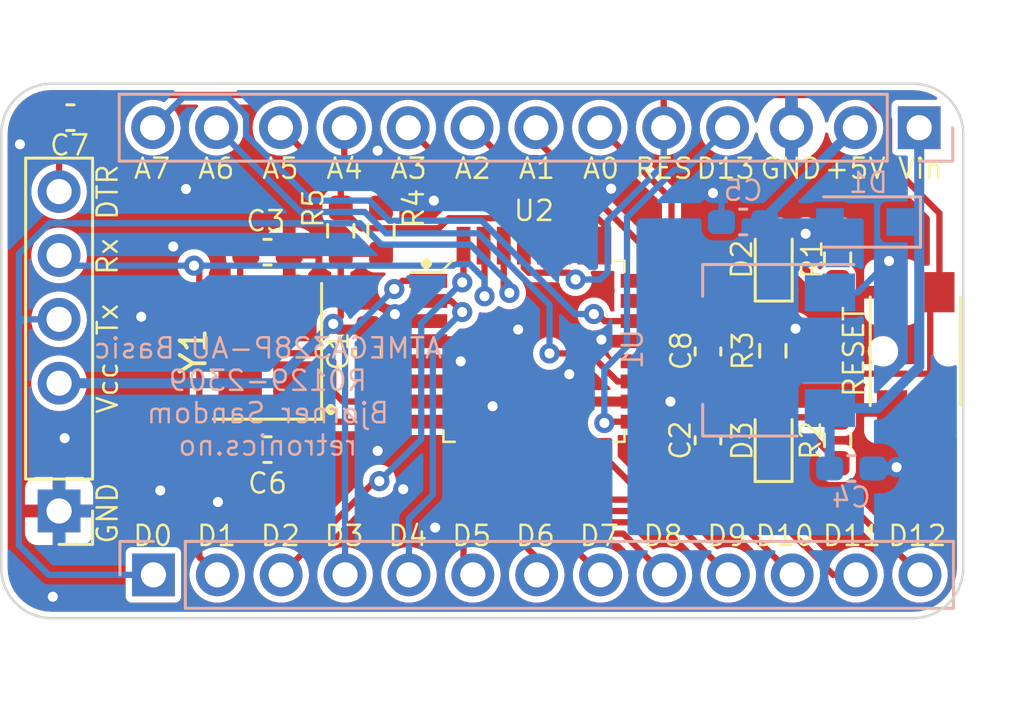
<source format=kicad_pcb>
(kicad_pcb (version 20211014) (generator pcbnew)
  (layers (0 "F.Cu" signal) (31 "B.Cu" signal) (34 "B.Paste" user) (35 "F.Paste" user) (36 "B.SilkS" user "B.Silkscreen") (37 "F.SilkS" user "F.Silkscreen") (38 "B.Mask" user) (39 "F.Mask" user) (44 "Edge.Cuts" user))
  (net 0 "")
  (net 1 "GND")
  (net 2 "+5V")
  (net 3 "Net-(C3-Pad1)")
  (net 4 "VCC")
  (net 5 "Net-(C6-Pad1)")
  (net 6 "Net-(C7-Pad1)")
  (net 7 "RESET")
  (net 8 "Net-(C8-Pad2)")
  (net 9 "Net-(D2-Pad2)")
  (net 10 "Net-(D3-Pad2)")
  (net 11 "D0")
  (net 12 "D1")
  (net 13 "A0")
  (net 14 "A1")
  (net 15 "A2")
  (net 16 "A3")
  (net 17 "A4")
  (net 18 "A5")
  (net 19 "A6")
  (net 20 "A7")
  (net 21 "D2")
  (net 22 "D3")
  (net 23 "D4")
  (net 24 "D5")
  (net 25 "D6")
  (net 26 "D7")
  (net 27 "D8")
  (net 28 "D9")
  (net 29 "D10")
  (net 30 "D11")
  (net 31 "D12")
  (net 32 "D13")
  (footprint "Resistor_SMD:R_0603_1608Metric_Pad0.98x0.95mm_HandSolder" (layer "F.Cu") (at 188.18 81.87 -90)
    (fp_text reference "R3" (at 0 1.2 90) (layer "F.SilkS") (effects (font (size 0.8 0.8) (thickness 0.1))))
    (fp_text value "10kΩ")
    (pad "1" smd roundrect (at -0.9125 0 270) (size 0.975 0.95) (layers "F.Cu" "F.Paste" "F.Mask") (net 2 "+5V"))
    (pad "2" smd roundrect (at 0.9125 0 270) (size 0.975 0.95) (layers "F.Cu" "F.Paste" "F.Mask") (net 7 "RESET"))
  )
  (footprint "Resistor_SMD:R_0603_1608Metric_Pad0.98x0.95mm_HandSolder" (layer "F.Cu") (at 190.754 85.43 -90)
    (fp_text reference "R2" (at 0 1.07 90) (layer "F.SilkS") (effects (font (size 0.8 0.8) (thickness 0.1))))
    (fp_text value "560Ω")
    (pad "1" smd roundrect (at -0.9125 0 270) (size 0.975 0.95) (layers "F.Cu" "F.Paste" "F.Mask") (net 10 "Net-(D3-Pad2)"))
    (pad "2" smd roundrect (at 0.9125 0 270) (size 0.975 0.95) (layers "F.Cu" "F.Paste" "F.Mask") (net 32 "D13"))
  )
  (footprint "Capacitor_SMD:C_0603_1608Metric_Pad1.08x0.95mm_HandSolder" (layer "F.Cu") (at 168.0875 77.95)
    (fp_text reference "C3" (at -0.07 -1.24) (layer "F.SilkS") (effects (font (size 0.8 0.8) (thickness 0.1))))
    (fp_text value "22pF")
    (pad "1" smd roundrect (at -0.8625 0) (size 1.075 0.95) (layers "F.Cu" "F.Paste" "F.Mask") (net 3 "Net-(C3-Pad1)"))
    (pad "2" smd roundrect (at 0.8625 0) (size 1.075 0.95) (layers "F.Cu" "F.Paste" "F.Mask") (net 1 "GND"))
  )
  (footprint "Crystal:Crystal_SMD_SeikoEpson_TSX3225-4Pin_3.2x2.5mm_HandSoldering" (layer "F.Cu") (at 168.0875 81.89 90)
    (fp_text reference "Y1" (at 0 -2.95 90) (layer "F.SilkS"))
    (fp_text value "16MHz")
    (pad "1" smd rect (at -1.45 1.0875 90) (size 2.1 1.725) (layers "F.Cu" "F.Paste" "F.Mask") (net 5 "Net-(C6-Pad1)"))
    (pad "2" smd rect (at 1.45 1.0875 90) (size 2.1 1.725) (layers "F.Cu" "F.Paste" "F.Mask") (net 1 "GND"))
    (pad "3" smd rect (at 1.45 -1.0875 90) (size 2.1 1.725) (layers "F.Cu" "F.Paste" "F.Mask") (net 3 "Net-(C3-Pad1)"))
    (pad "4" smd rect (at -1.45 -1.0875 90) (size 2.1 1.725) (layers "F.Cu" "F.Paste" "F.Mask") (net 1 "GND"))
  )
  (footprint "Resistor_SMD:R_0603_1608Metric_Pad0.98x0.95mm_HandSolder" (layer "F.Cu") (at 190.754 78.232 -90)
    (fp_text reference "R1" (at 0 1.016 -270) (layer "F.SilkS") (effects (font (size 0.8 0.8) (thickness 0.1))))
    (fp_text value "560Ω")
    (pad "1" smd roundrect (at -0.9125 0 270) (size 0.975 0.95) (layers "F.Cu" "F.Paste" "F.Mask") (net 2 "+5V"))
    (pad "2" smd roundrect (at 0.9125 0 270) (size 0.975 0.95) (layers "F.Cu" "F.Paste" "F.Mask") (net 9 "Net-(D2-Pad2)"))
  )
  (footprint "Capacitor_SMD:C_0603_1608Metric_Pad1.08x0.95mm_HandSolder" (layer "F.Cu") (at 185.6 81.9 -90)
    (fp_text reference "C8" (at -0.03 1.07 90) (layer "F.SilkS") (effects (font (size 0.8 0.8) (thickness 0.1))))
    (fp_text value "100nF")
    (pad "1" smd roundrect (at -0.8625 0 270) (size 1.075 0.95) (layers "F.Cu" "F.Paste" "F.Mask") (net 1 "GND"))
    (pad "2" smd roundrect (at 0.8625 0 270) (size 1.075 0.95) (layers "F.Cu" "F.Paste" "F.Mask") (net 8 "Net-(C8-Pad2)"))
  )
  (footprint "Resistor_SMD:R_0603_1608Metric_Pad0.98x0.95mm_HandSolder" (layer "F.Cu") (at 171 77.1 90)
    (fp_text reference "R5" (at 0.9 -1.1 90) (layer "F.SilkS") (effects (font (size 0.8 0.8) (thickness 0.1))))
    (fp_text value "10kΩ")
    (pad "1" smd roundrect (at -0.9125 0 90) (size 0.975 0.95) (layers "F.Cu" "F.Paste" "F.Mask") (net 2 "+5V"))
    (pad "2" smd roundrect (at 0.9125 0 90) (size 0.975 0.95) (layers "F.Cu" "F.Paste" "F.Mask") (net 18 "A5"))
  )
  (footprint "Capacitor_SMD:C_0603_1608Metric_Pad1.08x0.95mm_HandSolder" (layer "F.Cu") (at 160.25 72.6)
    (fp_text reference "C7" (at -0.0375 1.1) (layer "F.SilkS") (effects (font (size 0.8 0.8) (thickness 0.1))))
    (fp_text value "10nF")
    (pad "1" smd roundrect (at -0.8625 0) (size 1.075 0.95) (layers "F.Cu" "F.Paste" "F.Mask") (net 6 "Net-(C7-Pad1)"))
    (pad "2" smd roundrect (at 0.8625 0) (size 1.075 0.95) (layers "F.Cu" "F.Paste" "F.Mask") (net 7 "RESET"))
  )
  (footprint "myDevices:Tactile_sw_SMD_side_01" (layer "F.Cu") (at 194.0825 81.89 90)
    (fp_text reference "SW1" hide)
    (fp_text value "RESET")
    (pad "" np_thru_hole circle (at 0 -1.524 90) (size 0.7 0.7) (drill 0.7) (layers *.Cu *.Mask))
    (pad "" np_thru_hole circle (at 0 1.0795 90) (size 0.7 0.7) (drill 0.7) (layers *.Cu *.Mask))
    (pad "1" smd rect (at -2.3495 -1.1645 90) (size 1.6 1.2) (layers "F.Cu" "F.Paste" "F.Mask") (net 1 "GND"))
    (pad "1" smd rect (at 2.3495 -1.1645 90) (size 1.6 1.2) (layers "F.Cu" "F.Paste" "F.Mask") (net 1 "GND"))
    (pad "2" smd rect (at -2.3495 0.72 90) (size 1.6 1.2) (layers "F.Cu" "F.Paste" "F.Mask") (net 7 "RESET"))
    (pad "2" smd rect (at 2.3495 0.72 90) (size 1.6 1.2) (layers "F.Cu" "F.Paste" "F.Mask") (net 7 "RESET"))
  )
  (footprint "Capacitor_SMD:C_0603_1608Metric_Pad1.08x0.95mm_HandSolder" (layer "F.Cu") (at 168.0875 85.8 180)
    (fp_text reference "C6" (at 0 -1.34) (layer "F.SilkS") (effects (font (size 0.8 0.8) (thickness 0.1))))
    (fp_text value "22pF")
    (pad "1" smd roundrect (at -0.8625 0 180) (size 1.075 0.95) (layers "F.Cu" "F.Paste" "F.Mask") (net 5 "Net-(C6-Pad1)"))
    (pad "2" smd roundrect (at 0.8625 0 180) (size 1.075 0.95) (layers "F.Cu" "F.Paste" "F.Mask") (net 1 "GND"))
  )
  (footprint "Capacitor_SMD:C_0603_1608Metric_Pad1.08x0.95mm_HandSolder" (layer "F.Cu") (at 172.1 81.89 90)
    (fp_text reference "C1" (at 0 -1.2 90) (layer "F.SilkS") (effects (font (size 0.8 0.8) (thickness 0.1))))
    (fp_text value "100nF")
    (pad "1" smd roundrect (at -0.8625 0 90) (size 1.075 0.95) (layers "F.Cu" "F.Paste" "F.Mask") (net 1 "GND"))
    (pad "2" smd roundrect (at 0.8625 0 90) (size 1.075 0.95) (layers "F.Cu" "F.Paste" "F.Mask") (net 2 "+5V"))
  )
  (footprint "Connector_PinHeader_2.54mm:PinHeader_1x06_P2.54mm_Vertical" (layer "F.Cu") (at 159.8 88.24 180)
    (fp_text reference "J1" hide)
    (fp_text value "FTDI")
    (pad "1" thru_hole rect (at 0 0 180) (size 1.7 1.7) (drill 1) (layers *.Cu *.Mask) (net 1 "GND"))
    (pad "3" thru_hole oval (at 0 5.08 180) (size 1.7 1.7) (drill 1) (layers *.Cu *.Mask) (net 2 "+5V"))
    (pad "4" thru_hole oval (at 0 7.62 180) (size 1.7 1.7) (drill 1) (layers *.Cu *.Mask) (net 11 "D0"))
    (pad "5" thru_hole oval (at 0 10.16 180) (size 1.7 1.7) (drill 1) (layers *.Cu *.Mask) (net 12 "D1"))
    (pad "6" thru_hole oval (at 0 12.7 180) (size 1.7 1.7) (drill 1) (layers *.Cu *.Mask) (net 6 "Net-(C7-Pad1)"))
  )
  (footprint "Capacitor_SMD:C_0603_1608Metric_Pad1.08x0.95mm_HandSolder" (layer "F.Cu") (at 185.6 85.43 90)
    (fp_text reference "C2" (at 0 -1.1 90) (layer "F.SilkS") (effects (font (size 0.8 0.8) (thickness 0.1))))
    (fp_text value "100nF")
    (pad "1" smd roundrect (at -0.8625 0 90) (size 1.075 0.95) (layers "F.Cu" "F.Paste" "F.Mask") (net 1 "GND"))
    (pad "2" smd roundrect (at 0.8625 0 90) (size 1.075 0.95) (layers "F.Cu" "F.Paste" "F.Mask") (net 2 "+5V"))
  )
  (footprint "digikey-footprints:TQFP-32_7x7mm" (layer "F.Cu") (at 178.68 81.89)
    (fp_text reference "U2" (at 0 -5.59) (layer "F.SilkS") (effects (font (size 0.8 0.8) (thickness 0.1))))
    (fp_text value "ATMEGA328P-AU")
    (pad "1" smd rect locked (at -4.2 -2.8) (size 1.5 0.55) (layers "F.Cu" "F.Paste" "F.Mask") (net 22 "D3"))
    (pad "2" smd rect locked (at -4.2 -2) (size 1.5 0.55) (layers "F.Cu" "F.Paste" "F.Mask") (net 23 "D4"))
    (pad "3" smd rect locked (at -4.2 -1.2) (size 1.5 0.55) (layers "F.Cu" "F.Paste" "F.Mask") (net 1 "GND"))
    (pad "4" smd rect locked (at -4.2 -0.4) (size 1.5 0.55) (layers "F.Cu" "F.Paste" "F.Mask") (net 2 "+5V"))
    (pad "5" smd rect locked (at -4.2 0.4) (size 1.5 0.55) (layers "F.Cu" "F.Paste" "F.Mask") (net 1 "GND"))
    (pad "6" smd rect locked (at -4.2 1.2) (size 1.5 0.55) (layers "F.Cu" "F.Paste" "F.Mask") (net 2 "+5V"))
    (pad "7" smd rect locked (at -4.2 2) (size 1.5 0.55) (layers "F.Cu" "F.Paste" "F.Mask") (net 3 "Net-(C3-Pad1)"))
    (pad "8" smd rect locked (at -4.2 2.8) (size 1.5 0.55) (layers "F.Cu" "F.Paste" "F.Mask") (net 5 "Net-(C6-Pad1)"))
    (pad "9" smd rect locked (at -2.8 4.2) (size 0.55 1.5) (layers "F.Cu" "F.Paste" "F.Mask") (net 24 "D5"))
    (pad "10" smd rect locked (at -2 4.2) (size 0.55 1.5) (layers "F.Cu" "F.Paste" "F.Mask") (net 25 "D6"))
    (pad "11" smd rect locked (at -1.2 4.2) (size 0.55 1.5) (layers "F.Cu" "F.Paste" "F.Mask") (net 26 "D7"))
    (pad "12" smd rect locked (at -0.4 4.2) (size 0.55 1.5) (layers "F.Cu" "F.Paste" "F.Mask") (net 27 "D8"))
    (pad "13" smd rect locked (at 0.4 4.2) (size 0.55 1.5) (layers "F.Cu" "F.Paste" "F.Mask") (net 28 "D9"))
    (pad "14" smd rect locked (at 1.2 4.2) (size 0.55 1.5) (layers "F.Cu" "F.Paste" "F.Mask") (net 29 "D10"))
    (pad "15" smd rect locked (at 2 4.2) (size 0.55 1.5) (layers "F.Cu" "F.Paste" "F.Mask") (net 30 "D11"))
    (pad "16" smd rect locked (at 2.8 4.2) (size 0.55 1.5) (layers "F.Cu" "F.Paste" "F.Mask") (net 31 "D12"))
    (pad "17" smd rect locked (at 4.2 2.8) (size 1.5 0.55) (layers "F.Cu" "F.Paste" "F.Mask") (net 32 "D13"))
    (pad "18" smd rect locked (at 4.2 2) (size 1.5 0.55) (layers "F.Cu" "F.Paste" "F.Mask") (net 2 "+5V"))
    (pad "19" smd rect locked (at 4.2 1.2) (size 1.5 0.55) (layers "F.Cu" "F.Paste" "F.Mask") (net 19 "A6"))
    (pad "20" smd rect locked (at 4.2 0.4) (size 1.5 0.55) (layers "F.Cu" "F.Paste" "F.Mask") (net 8 "Net-(C8-Pad2)"))
    (pad "21" smd rect locked (at 4.2 -0.4) (size 1.5 0.55) (layers "F.Cu" "F.Paste" "F.Mask") (net 1 "GND"))
    (pad "22" smd rect locked (at 4.2 -1.2) (size 1.5 0.55) (layers "F.Cu" "F.Paste" "F.Mask") (net 20 "A7"))
    (pad "23" smd rect locked (at 4.2 -2) (size 1.5 0.55) (layers "F.Cu" "F.Paste" "F.Mask") (net 13 "A0"))
    (pad "24" smd rect locked (at 4.2 -2.8) (size 1.5 0.55) (layers "F.Cu" "F.Paste" "F.Mask") (net 14 "A1"))
    (pad "25" smd rect locked (at 2.8 -4.2) (size 0.55 1.5) (layers "F.Cu" "F.Paste" "F.Mask") (net 15 "A2"))
    (pad "26" smd rect locked (at 2 -4.2) (size 0.55 1.5) (layers "F.Cu" "F.Paste" "F.Mask") (net 16 "A3"))
    (pad "27" smd rect locked (at 1.2 -4.2) (size 0.55 1.5) (layers "F.Cu" "F.Paste" "F.Mask") (net 17 "A4"))
    (pad "28" smd rect locked (at 0.4 -4.2) (size 0.55 1.5) (layers "F.Cu" "F.Paste" "F.Mask") (net 18 "A5"))
    (pad "29" smd rect locked (at -0.4 -4.2) (size 0.55 1.5) (layers "F.Cu" "F.Paste" "F.Mask") (net 7 "RESET"))
    (pad "30" smd rect locked (at -1.2 -4.2) (size 0.55 1.5) (layers "F.Cu" "F.Paste" "F.Mask") (net 11 "D0"))
    (pad "31" smd rect locked (at -2 -4.2) (size 0.55 1.5) (layers "F.Cu" "F.Paste" "F.Mask") (net 12 "D1"))
    (pad "32" smd rect locked (at -2.8 -4.2) (size 0.55 1.5) (layers "F.Cu" "F.Paste" "F.Mask") (net 21 "D2"))
  )
  (footprint "LED_SMD:LED_0603_1608Metric_Pad1.05x0.95mm_HandSolder" (layer "F.Cu") (at 188.214 78.232 90)
    (fp_text reference "D2" (at 0 -1.27 90) (layer "F.SilkS") (effects (font (size 0.8 0.8) (thickness 0.1))))
    (fp_text value "Green")
    (pad "1" smd roundrect (at -0.875 0 90) (size 1.05 0.95) (layers "F.Cu" "F.Paste" "F.Mask") (net 1 "GND"))
    (pad "2" smd roundrect (at 0.875 0 90) (size 1.05 0.95) (layers "F.Cu" "F.Paste" "F.Mask") (net 9 "Net-(D2-Pad2)"))
  )
  (footprint "Resistor_SMD:R_0603_1608Metric_Pad0.98x0.95mm_HandSolder" (layer "F.Cu") (at 172.6 77.1 -90)
    (fp_text reference "R4" (at -0.9 -1.3 90) (layer "F.SilkS") (effects (font (size 0.8 0.8) (thickness 0.1))))
    (fp_text value "10kΩ")
    (pad "1" smd roundrect (at -0.9125 0 270) (size 0.975 0.95) (layers "F.Cu" "F.Paste" "F.Mask") (net 17 "A4"))
    (pad "2" smd roundrect (at 0.9125 0 270) (size 0.975 0.95) (layers "F.Cu" "F.Paste" "F.Mask") (net 2 "+5V"))
  )
  (footprint "LED_SMD:LED_0603_1608Metric_Pad1.05x0.95mm_HandSolder" (layer "F.Cu") (at 188.21 85.4075 90)
    (fp_text reference "D3" (at -0.0425 -1.25 90) (layer "F.SilkS") (effects (font (size 0.8 0.8) (thickness 0.1))))
    (fp_text value "Blue")
    (pad "1" smd roundrect (at -0.875 0 90) (size 1.05 0.95) (layers "F.Cu" "F.Paste" "F.Mask") (net 1 "GND"))
    (pad "2" smd roundrect (at 0.875 0 90) (size 1.05 0.95) (layers "F.Cu" "F.Paste" "F.Mask") (net 10 "Net-(D3-Pad2)"))
  )
  (footprint "Diode_SMD:D_SOD-123F" (layer "B.Cu") (at 191.85 76.75 180)
    (fp_text reference "D1" (at -0.127 1.566) (layer "B.SilkS") (effects (font (size 0.8 0.8) (thickness 0.1)) (justify mirror)))
    (fp_text value "1N5819W")
    (pad "1" smd rect (at -1.4 0 180) (size 1.1 1.1) (layers "B.Cu" "B.Paste" "B.Mask") (net 4 "VCC"))
    (pad "2" smd rect (at 1.4 0 180) (size 1.1 1.1) (layers "B.Cu" "B.Paste" "B.Mask") (net 2 "+5V"))
  )
  (footprint "Capacitor_SMD:C_0603_1608Metric_Pad1.08x0.95mm_HandSolder" (layer "B.Cu") (at 187 76.75)
    (fp_text reference "C5" (at 0 -1.25) (layer "B.SilkS") (effects (font (size 0.8 0.8) (thickness 0.1)) (justify mirror)))
    (fp_text value "10µF")
    (pad "1" smd roundrect (at -0.8625 0) (size 1.075 0.95) (layers "B.Cu" "B.Paste" "B.Mask") (net 1 "GND"))
    (pad "2" smd roundrect (at 0.8625 0) (size 1.075 0.95) (layers "B.Cu" "B.Paste" "B.Mask") (net 2 "+5V"))
  )
  (footprint "Capacitor_SMD:C_0603_1608Metric_Pad1.08x0.95mm_HandSolder" (layer "B.Cu") (at 191.3 86.55 180)
    (fp_text reference "C4" (at 0 -1.15) (layer "B.SilkS") (effects (font (size 0.8 0.8) (thickness 0.1)) (justify mirror)))
    (fp_text value "10µF")
    (pad "1" smd roundrect (at -0.8625 0 180) (size 1.075 0.95) (layers "B.Cu" "B.Paste" "B.Mask") (net 1 "GND"))
    (pad "2" smd roundrect (at 0.8625 0 180) (size 1.075 0.95) (layers "B.Cu" "B.Paste" "B.Mask") (net 4 "VCC"))
  )
  (footprint "Package_TO_SOT_SMD:SOT-223-3_TabPin2" (layer "B.Cu") (at 187.3 81.85 180)
    (fp_text reference "U1" (at 4.7 0.05 90) (layer "B.SilkS") (effects (font (size 0.8 0.8) (thickness 0.1)) (justify mirror)))
    (fp_text value "AMS1117-5.0")
    (pad "1" smd rect (at -3.15 2.3 180) (size 2 1.5) (layers "B.Cu" "B.Paste" "B.Mask") (net 1 "GND"))
    (pad "2" smd rect (at 3.15 0 180) (size 2 3.8) (layers "B.Cu" "B.Paste" "B.Mask") (net 2 "+5V"))
    (pad "2" smd rect (at -3.15 0 180) (size 2 1.5) (layers "B.Cu" "B.Paste" "B.Mask") (net 2 "+5V"))
    (pad "3" smd rect (at -3.15 -2.3 180) (size 2 1.5) (layers "B.Cu" "B.Paste" "B.Mask") (net 4 "VCC"))
  )
  (footprint "Connector_PinHeader_2.54mm:PinHeader_1x13_P2.54mm_Vertical" (layer "B.Cu") (at 163.55 90.78 -90)
    (fp_text reference "J2" hide)
    (fp_text value "Pin header 1")
    (pad "1" thru_hole rect (at 0 0 270) (size 1.7 1.7) (drill 1) (layers *.Cu *.Mask) (net 11 "D0"))
    (pad "2" thru_hole oval (at 0 -2.54 270) (size 1.7 1.7) (drill 1) (layers *.Cu *.Mask) (net 12 "D1"))
    (pad "3" thru_hole oval (at 0 -5.08 270) (size 1.7 1.7) (drill 1) (layers *.Cu *.Mask) (net 21 "D2"))
    (pad "4" thru_hole oval (at 0 -7.62 270) (size 1.7 1.7) (drill 1) (layers *.Cu *.Mask) (net 22 "D3"))
    (pad "5" thru_hole oval (at 0 -10.16 270) (size 1.7 1.7) (drill 1) (layers *.Cu *.Mask) (net 23 "D4"))
    (pad "6" thru_hole oval (at 0 -12.7 270) (size 1.7 1.7) (drill 1) (layers *.Cu *.Mask) (net 24 "D5"))
    (pad "7" thru_hole oval (at 0 -15.24 270) (size 1.7 1.7) (drill 1) (layers *.Cu *.Mask) (net 25 "D6"))
    (pad "8" thru_hole oval (at 0 -17.78 270) (size 1.7 1.7) (drill 1) (layers *.Cu *.Mask) (net 26 "D7"))
    (pad "9" thru_hole oval (at 0 -20.32 270) (size 1.7 1.7) (drill 1) (layers *.Cu *.Mask) (net 27 "D8"))
    (pad "10" thru_hole oval (at 0 -22.86 270) (size 1.7 1.7) (drill 1) (layers *.Cu *.Mask) (net 28 "D9"))
    (pad "11" thru_hole oval (at 0 -25.4 270) (size 1.7 1.7) (drill 1) (layers *.Cu *.Mask) (net 29 "D10"))
    (pad "12" thru_hole oval (at 0 -27.94 270) (size 1.7 1.7) (drill 1) (layers *.Cu *.Mask) (net 30 "D11"))
    (pad "13" thru_hole oval (at 0 -30.48 270) (size 1.7 1.7) (drill 1) (layers *.Cu *.Mask) (net 31 "D12"))
  )
  (footprint "Connector_PinHeader_2.54mm:PinHeader_1x13_P2.54mm_Vertical" (layer "B.Cu") (at 194 73 90)
    (fp_text reference "J3" hide)
    (fp_text value "Pin header 2")
    (pad "1" thru_hole rect (at 0 0 90) (size 1.7 1.7) (drill 1) (layers *.Cu *.Mask) (net 4 "VCC"))
    (pad "2" thru_hole oval (at 0 -2.54 90) (size 1.7 1.7) (drill 1) (layers *.Cu *.Mask) (net 2 "+5V"))
    (pad "3" thru_hole oval (at 0 -5.08 90) (size 1.7 1.7) (drill 1) (layers *.Cu *.Mask) (net 1 "GND"))
    (pad "4" thru_hole oval (at 0 -7.62 90) (size 1.7 1.7) (drill 1) (layers *.Cu *.Mask) (net 32 "D13"))
    (pad "5" thru_hole oval (at 0 -10.16 90) (size 1.7 1.7) (drill 1) (layers *.Cu *.Mask) (net 7 "RESET"))
    (pad "6" thru_hole oval (at 0 -12.7 90) (size 1.7 1.7) (drill 1) (layers *.Cu *.Mask) (net 13 "A0"))
    (pad "7" thru_hole oval (at 0 -15.24 90) (size 1.7 1.7) (drill 1) (layers *.Cu *.Mask) (net 14 "A1"))
    (pad "8" thru_hole oval (at 0 -17.78 90) (size 1.7 1.7) (drill 1) (layers *.Cu *.Mask) (net 15 "A2"))
    (pad "9" thru_hole oval (at 0 -20.32 90) (size 1.7 1.7) (drill 1) (layers *.Cu *.Mask) (net 16 "A3"))
    (pad "10" thru_hole oval (at 0 -22.86 90) (size 1.7 1.7) (drill 1) (layers *.Cu *.Mask) (net 17 "A4"))
    (pad "11" thru_hole oval (at 0 -25.4 90) (size 1.7 1.7) (drill 1) (layers *.Cu *.Mask) (net 18 "A5"))
    (pad "12" thru_hole oval (at 0 -27.94 90) (size 1.7 1.7) (drill 1) (layers *.Cu *.Mask) (net 19 "A6"))
    (pad "13" thru_hole oval (at 0 -30.48 90) (size 1.7 1.7) (drill 1) (layers *.Cu *.Mask) (net 20 "A7"))
  )
  (gr_arc (start 157.5 73.25) (mid 158.085786 71.835786) (end 159.5 71.25) (layer "Edge.Cuts") (width 0.1))
  (gr_line (start 159.5 92.5) (end 193.75 92.5) (layer "Edge.Cuts") (width 0.1))
  (gr_line (start 157.5 73.25) (end 157.5 90.5) (layer "Edge.Cuts") (width 0.1))
  (gr_line (start 193.75 71.25) (end 159.5 71.25) (layer "Edge.Cuts") (width 0.1))
  (gr_arc (start 193.75 71.25) (mid 195.164214 71.835786) (end 195.75 73.25) (layer "Edge.Cuts") (width 0.1))
  (gr_arc (start 195.75 90.5) (mid 195.164214 91.914214) (end 193.75 92.5) (layer "Edge.Cuts") (width 0.1))
  (gr_line (start 195.75 90.5) (end 195.75 73.25) (layer "Edge.Cuts") (width 0.1))
  (gr_arc (start 159.5 92.5) (mid 158.085786 91.914214) (end 157.5 90.5) (layer "Edge.Cuts") (width 0.1))
  (gr_text "ATMEGA328P-AU Basic\nR0129-2309\nBjørner Sandom\nretronics.no" (at 168.1 83.7) (layer "B.SilkS") (effects (font (size 0.8 0.8) (thickness 0.1)) (justify mirror)))
  (gr_text "Tx" (at 161.73 80.63 90) (layer "F.SilkS") (effects (font (size 0.8 0.8) (thickness 0.1))))
  (gr_text "." (at 170.6 83.6) (layer "F.SilkS") (effects (font (size 1.5 1.5) (thickness 0.3))))
  (gr_text "GND" (at 161.725 88.325 90) (layer "F.SilkS") (effects (font (size 0.8 0.8) (thickness 0.1))))
  (gr_text "D13" (at 186.3 74.625) (layer "F.SilkS") (effects (font (size 0.8 0.8) (thickness 0.1))))
  (gr_text "D4" (at 173.669444 89.225) (layer "F.SilkS") (effects (font (size 0.8 0.8) (thickness 0.1))))
  (gr_text "A6" (at 166.05 74.625) (layer "F.SilkS") (effects (font (size 0.8 0.8) (thickness 0.1))))
  (gr_text "A0" (at 181.35 74.625) (layer "F.SilkS") (effects (font (size 0.8 0.8) (thickness 0.1))))
  (gr_text "GND" (at 188.9 74.625) (layer "F.SilkS") (effects (font (size 0.8 0.8) (thickness 0.1))))
  (gr_text "A2" (at 176.25 74.625) (layer "F.SilkS") (effects (font (size 0.8 0.8) (thickness 0.1))))
  (gr_text "+5V" (at 191.45 74.625) (layer "F.SilkS") (effects (font (size 0.8 0.8) (thickness 0.1))))
  (gr_text "Rx" (at 161.725 78.125 90) (layer "F.SilkS") (effects (font (size 0.8 0.8) (thickness 0.1))))
  (gr_text "A4" (at 171.15 74.625) (layer "F.SilkS") (effects (font (size 0.8 0.8) (thickness 0.1))))
  (gr_text "Vin" (at 194.05 74.625) (layer "F.SilkS") (effects (font (size 0.8 0.8) (thickness 0.1))))
  (gr_text "RES" (at 183.85 74.625) (layer "F.SilkS") (effects (font (size 0.8 0.8) (thickness 0.1))))
  (gr_text "D10" (at 188.65 89.225) (layer "F.SilkS") (effects (font (size 0.8 0.8) (thickness 0.1))))
  (gr_text "D7" (at 181.277777 89.225) (layer "F.SilkS") (effects (font (size 0.8 0.8) (thickness 0.1))))
  (gr_text "D12" (at 193.925 89.225) (layer "F.SilkS") (effects (font (size 0.8 0.8) (thickness 0.1))))
  (gr_text "Vcc" (at 161.73 83.34 90) (layer "F.SilkS") (effects (font (size 0.8 0.8) (thickness 0.1))))
  (gr_text "D0" (at 163.525 89.225) (layer "F.SilkS") (effects (font (size 0.8 0.8) (thickness 0.1))))
  (gr_text "A1" (at 178.8 74.625) (layer "F.SilkS") (effects (font (size 0.8 0.8) (thickness 0.1))))
  (gr_text "A5" (at 168.6 74.625) (layer "F.SilkS") (effects (font (size 0.8 0.8) (thickness 0.1))))
  (gr_text "A7" (at 163.5 74.625) (layer "F.SilkS") (effects (font (size 0.8 0.8) (thickness 0.1))))
  (gr_text "D1" (at 166.061111 89.225) (layer "F.SilkS") (effects (font (size 0.8 0.8) (thickness 0.1))))
  (gr_text "." (at 174.4 77.8) (layer "F.SilkS") (effects (font (size 1.5 1.5) (thickness 0.3))))
  (gr_text "RESET" (at 191.4 81.9 90) (layer "F.SilkS") (effects (font (size 0.8 0.8) (thickness 0.1))))
  (gr_text "DTR" (at 161.725 75.56 90) (layer "F.SilkS") (effects (font (size 0.8 0.8) (thickness 0.1))))
  (gr_text "D11" (at 191.325 89.225) (layer "F.SilkS") (effects (font (size 0.8 0.8) (thickness 0.1))))
  (gr_text "D2" (at 168.597222 89.225) (layer "F.SilkS") (effects (font (size 0.8 0.8) (thickness 0.1))))
  (gr_text "D5" (at 176.205555 89.225) (layer "F.SilkS") (effects (font (size 0.8 0.8) (thickness 0.1))))
  (gr_text "A3" (at 173.7 74.625) (layer "F.SilkS") (effects (font (size 0.8 0.8) (thickness 0.1))))
  (gr_text "D9" (at 186.35 89.225) (layer "F.SilkS") (effects (font (size 0.8 0.8) (thickness 0.1))))
  (gr_text "D6" (at 178.741666 89.225) (layer "F.SilkS") (effects (font (size 0.8 0.8) (thickness 0.1))))
  (gr_text "D8" (at 183.813888 89.225) (layer "F.SilkS") (effects (font (size 0.8 0.8) (thickness 0.1))))
  (gr_text "D3" (at 171.133333 89.225) (layer "F.SilkS") (effects (font (size 0.8 0.8) (thickness 0.1))))
  (segment (start 172.7625 82.29) (end 172.3 82.7525) (width 0.25) (layer "F.Cu") (net 1))
  (segment (start 175.7695 82.29) (end 175.77 82.2905) (width 0.25) (layer "F.Cu") (net 1))
  (segment (start 174.48 82.29) (end 175.7695 82.29) (width 0.25) (layer "F.Cu") (net 1))
  (segment (start 173.424917 80.69) (end 174.48 80.69) (width 0.25) (layer "F.Cu") (net 1))
  (segment (start 173.150619 80.415702) (end 173.424917 80.69) (width 0.25) (layer "F.Cu") (net 1))
  (segment (start 182.88 81.49) (end 185.1475 81.49) (width 0.25) (layer "F.Cu") (net 1))
  (segment (start 181.426761 81.49) (end 181.363281 81.42652) (width 0.25) (layer "F.Cu") (net 1))
  (segment (start 174.48 82.29) (end 172.7625 82.29) (width 0.25) (layer "F.Cu") (net 1))
  (segment (start 185.1475 81.49) (end 185.6 81.0375) (width 0.25) (layer "F.Cu") (net 1))
  (segment (start 182.88 81.49) (end 181.426761 81.49) (width 0.25) (layer "F.Cu") (net 1))
  (via (at 193.1 86.5) (size 0.8) (drill 0.4) (layers "F.Cu" "B.Cu") (net 1))
  (via (at 172.466 85.852) (size 0.8) (drill 0.4) (layers "F.Cu" "B.Cu") (net 1))
  (via (at 160.02 85.344) (size 0.8) (drill 0.4) (layers "F.Cu" "B.Cu") (net 1))
  (via (at 159.55 91.65) (size 0.8) (drill 0.4) (layers "F.Cu" "B.Cu") (net 1))
  (via (at 164.846 75.438) (size 0.8) (drill 0.4) (layers "F.Cu" "B.Cu") (net 1))
  (via (at 177.038 84.074) (size 0.8) (drill 0.4) (layers "F.Cu" "B.Cu") (net 1))
  (via (at 173.482 87.376) (size 0.8) (drill 0.4) (layers "F.Cu" "B.Cu") (net 1))
  (via (at 158.242 73.66) (size 0.8) (drill 0.4) (layers "F.Cu" "B.Cu") (net 1))
  (via (at 175.77 82.2905) (size 0.8) (drill 0.4) (layers "F.Cu" "B.Cu") (net 1))
  (via (at 174.752 88.9) (size 0.8) (drill 0.4) (layers "F.Cu" "B.Cu") (net 1))
  (via (at 163.825 87.425) (size 0.8) (drill 0.4) (layers "F.Cu" "B.Cu") (net 1))
  (via (at 181.363281 81.42652) (size 0.8) (drill 0.4) (layers "F.Cu" "B.Cu") (net 1))
  (via (at 164.338 77.724) (size 0.8) (drill 0.4) (layers "F.Cu" "B.Cu") (net 1))
  (via (at 173.150619 80.415702) (size 0.8) (drill 0.4) (layers "F.Cu" "B.Cu") (net 1))
  (via (at 166.116 87.884) (size 0.8) (drill 0.4) (layers "F.Cu" "B.Cu") (net 1))
  (via (at 174.7 75.9) (size 0.8) (drill 0.4) (layers "F.Cu" "B.Cu") (net 1))
  (via (at 163.068 80.518) (size 0.8) (drill 0.4) (layers "F.Cu" "B.Cu") (net 1))
  (via (at 181.75 75.425) (size 0.8) (drill 0.4) (layers "F.Cu" "B.Cu") (net 1))
  (via (at 178.054 81.026) (size 0.8) (drill 0.4) (layers "F.Cu" "B.Cu") (net 1))
  (via (at 185.8 75.6) (size 0.8) (drill 0.4) (layers "F.Cu" "B.Cu") (net 1))
  (via (at 192.8 78.3) (size 0.8) (drill 0.4) (layers "F.Cu" "B.Cu") (net 1))
  (via (at 172.466 73.914) (size 0.8) (drill 0.4) (layers "F.Cu" "B.Cu") (net 1))
  (via (at 180.086 82.804) (size 0.8) (drill 0.4) (layers "F.Cu" "B.Cu") (net 1))
  (segment (start 193.05 86.55) (end 193.1 86.5) (width 0.25) (layer "B.Cu") (net 1))
  (segment (start 186.1375 75.9375) (end 185.8 75.6) (width 0.25) (layer "B.Cu") (net 1))
  (segment (start 192.1625 86.55) (end 193.05 86.55) (width 0.25) (layer "B.Cu") (net 1))
  (segment (start 191.55 79.55) (end 192.8 78.3) (width 0.25) (layer "B.Cu") (net 1))
  (segment (start 186.1375 76.75) (end 186.1375 75.9375) (width 0.25) (layer "B.Cu") (net 1))
  (segment (start 190.45 79.55) (end 191.55 79.55) (width 0.25) (layer "B.Cu") (net 1))
  (segment (start 171 80.5) (end 170.7 80.8) (width 0.25) (layer "F.Cu") (net 2))
  (segment (start 170.9275 81.0275) (end 170.7 80.8) (width 0.4) (layer "F.Cu") (net 2))
  (segment (start 189.0475 80.9575) (end 189.08 80.99) (width 0.25) (layer "F.Cu") (net 2))
  (segment (start 180.61 83.89) (end 179.12 83.89) (width 0.4) (layer "F.Cu") (net 2))
  (segment (start 175.546 83.09) (end 174.48 83.09) (width 0.4) (layer "F.Cu") (net 2))
  (segment (start 188.18 80.9575) (end 189.0475 80.9575) (width 0.25) (layer "F.Cu") (net 2))
  (segment (start 184.8525 83.89) (end 185.6 84.6375) (width 0.4) (layer "F.Cu") (net 2))
  (segment (start 176.72 81.49) (end 177.65 82.42) (width 0.4) (layer "F.Cu") (net 2))
  (segment (start 174.48 81.49) (end 176.72 81.49) (width 0.4) (layer "F.Cu") (net 2))
  (segment (start 178.32 83.09) (end 178.425 83.195) (width 0.4) (layer "F.Cu") (net 2))
  (segment (start 179.12 83.89) (end 178.425 83.195) (width 0.4) (layer "F.Cu") (net 2))
  (segment (start 172.1 81.0275) (end 170.9275 81.0275) (width 0.4) (layer "F.Cu") (net 2))
  (segment (start 182.88 83.89) (end 184.11 83.89) (width 0.4) (layer "F.Cu") (net 2))
  (segment (start 172.7625 81.49) (end 172.3 81.0275) (width 0.4) (layer "F.Cu") (net 2))
  (segment (start 175.546 83.09) (end 178.32 83.09) (width 0.4) (layer "F.Cu") (net 2))
  (segment (start 171 78.0125) (end 171 80.5) (width 0.25) (layer "F.Cu") (net 2))
  (segment (start 174.48 81.49) (end 172.7625 81.49) (width 0.4) (layer "F.Cu") (net 2))
  (segment (start 182.88 83.89) (end 180.61 83.89) (width 0.4) (layer "F.Cu") (net 2))
  (segment (start 190.754 77.3195) (end 189.5875 77.3195) (width 0.25) (layer "F.Cu") (net 2))
  (segment (start 184.11 83.89) (end 184.8525 83.89) (width 0.4) (layer "F.Cu") (net 2))
  (segment (start 178.425 83.195) (end 177.65 82.42) (width 0.4) (layer "F.Cu") (net 2))
  (segment (start 189.5875 77.3195) (end 189.484 77.216) (width 0.25) (layer "F.Cu") (net 2))
  (segment (start 172.6 78.0125) (end 171 78.0125) (width 0.25) (layer "F.Cu") (net 2))
  (via (at 170.7 80.8) (size 0.8) (drill 0.4) (layers "F.Cu" "B.Cu") (net 2))
  (via (at 189.08 80.99) (size 0.8) (drill 0.4) (layers "F.Cu" "B.Cu") (net 2))
  (via (at 189.484 77.216) (size 0.8) (drill 0.4) (layers "F.Cu" "B.Cu") (net 2))
  (via (at 184.11 83.89) (size 0.8) (drill 0.4) (layers "F.Cu" "B.Cu") (net 2))
  (segment (start 191.46 73) (end 187.8625 76.5975) (width 0.4) (layer "B.Cu") (net 2))
  (segment (start 165.14 83.16) (end 168.34 83.16) (width 0.4) (layer "B.Cu") (net 2))
  (segment (start 159.8 83.16) (end 165.14 83.16) (width 0.4) (layer "B.Cu") (net 2))
  (segment (start 187.8625 76.5975) (end 187.8625 76.75) (width 0.4) (layer "B.Cu") (net 2))
  (segment (start 184.15 83.85) (end 184.11 83.89) (width 0.4) (layer "B.Cu") (net 2))
  (segment (start 168.34 83.16) (end 170.7 80.8) (width 0.4) (layer "B.Cu") (net 2))
  (segment (start 167 79) (end 167 78.175) (width 0.25) (layer "F.Cu") (net 3))
  (segment (start 167 78.175) (end 167.225 77.95) (width 0.25) (layer "F.Cu") (net 3))
  (segment (start 167 80.44) (end 167 79) (width 0.25) (layer "F.Cu") (net 3))
  (segment (start 171.09 83.89) (end 170.7 83.5) (width 0.25) (layer "F.Cu") (net 3))
  (segment (start 170.3625 81.965) (end 168.1375 81.965) (width 0.25) (layer "F.Cu") (net 3))
  (segment (start 170.7 82.3025) (end 170.3625 81.965) (width 0.25) (layer "F.Cu") (net 3))
  (segment (start 167 80.8275) (end 167 80.44) (width 0.25) (layer "F.Cu") (net 3))
  (segment (start 174.48 83.89) (end 171.09 83.89) (width 0.25) (layer "F.Cu") (net 3))
  (segment (start 170.7 83.5) (end 170.7 82.3025) (width 0.25) (layer "F.Cu") (net 3))
  (segment (start 168.1375 81.965) (end 167 80.8275) (width 0.25) (layer "F.Cu") (net 3))
  (segment (start 193.95 76.75) (end 194 76.8) (width 0.4) (layer "B.Cu") (net 4))
  (segment (start 190.4375 84.1625) (end 190.45 84.15) (width 0.4) (layer "B.Cu") (net 4))
  (segment (start 193.25 76.75) (end 193.95 76.75) (width 0.4) (layer "B.Cu") (net 4))
  (segment (start 190.4375 86.55) (end 190.4375 84.1625) (width 0.4) (layer "B.Cu") (net 4))
  (segment (start 194 76.8) (end 194 73) (width 0.4) (layer "B.Cu") (net 4))
  (segment (start 192.35 84.15) (end 194 82.5) (width 0.4) (layer "B.Cu") (net 4))
  (segment (start 190.45 84.15) (end 192.35 84.15) (width 0.4) (layer "B.Cu") (net 4))
  (segment (start 194 82.5) (end 194 76.8) (width 0.4) (layer "B.Cu") (net 4))
  (segment (start 169.175 85.575) (end 169.175 84.7075) (width 0.25) (layer "F.Cu") (net 5))
  (segment (start 174.48 84.69) (end 169.1925 84.69) (width 0.25) (layer "F.Cu") (net 5))
  (segment (start 169.1925 84.69) (end 169.175 84.7075) (width 0.25) (layer "F.Cu") (net 5))
  (segment (start 168.95 85.8) (end 169.175 85.575) (width 0.25) (layer "F.Cu") (net 5))
  (segment (start 169.175 84.7075) (end 169.175 83.34) (width 0.25) (layer "F.Cu") (net 5))
  (segment (start 159.8 73.425) (end 158.975 72.6) (width 0.25) (layer "F.Cu") (net 6))
  (segment (start 159.8 75.54) (end 159.8 73.425) (width 0.25) (layer "F.Cu") (net 6))
  (segment (start 192.8 72.678299) (end 192.8 74.4) (width 0.25) (layer "F.Cu") (net 7))
  (segment (start 194.8025 84.2395) (end 194.436999 83.873999) (width 0.25) (layer "F.Cu") (net 7))
  (segment (start 178.48 78.765) (end 178.28 78.565) (width 0.25) (layer "F.Cu") (net 7))
  (segment (start 191.821701 71.7) (end 192.8 72.678299) (width 0.25) (layer "F.Cu") (net 7))
  (segment (start 180.064724 78.765) (end 178.48 78.765) (width 0.25) (layer "F.Cu") (net 7))
  (segment (start 178.28 78.565) (end 178.28 77.69) (width 0.25) (layer "F.Cu") (net 7))
  (segment (start 194.436999 79.906001) (end 194.8025 79.5405) (width 0.25) (layer "F.Cu") (net 7))
  (segment (start 188.18 82.7825) (end 194.391498 82.7825) (width 0.25) (layer "F.Cu") (net 7))
  (segment (start 194.391498 82.7825) (end 194.436999 82.736999) (width 0.25) (layer "F.Cu") (net 7))
  (segment (start 161.1125 72.6) (end 162.0125 71.7) (width 0.25) (layer "F.Cu") (net 7))
  (segment (start 183.84 71.8) (end 183.94 71.7) (width 0.25) (layer "F.Cu") (net 7))
  (segment (start 183.84 73) (end 183.84 71.8) (width 0.25) (layer "F.Cu") (net 7))
  (segment (start 162.0125 71.7) (end 183.94 71.7) (width 0.25) (layer "F.Cu") (net 7))
  (segment (start 192.8 74.4) (end 194.8025 76.4025) (width 0.25) (layer "F.Cu") (net 7))
  (segment (start 183.94 71.7) (end 191.821701 71.7) (width 0.25) (layer "F.Cu") (net 7))
  (segment (start 194.436999 82.736999) (end 194.436999 79.906001) (width 0.25) (layer "F.Cu") (net 7))
  (segment (start 194.436999 83.873999) (end 194.436999 82.736999) (width 0.25) (layer "F.Cu") (net 7))
  (segment (start 194.8025 76.4025) (end 194.8025 79.5405) (width 0.25) (layer "F.Cu") (net 7))
  (segment (start 180.335141 79.035417) (end 180.064724 78.765) (width 0.25) (layer "F.Cu") (net 7))
  (via (at 180.335141 79.035417) (size 0.8) (drill 0.4) (layers "F.Cu" "B.Cu") (net 7))
  (segment (start 181.61 76.693604) (end 183.84 74.463604) (width 0.25) (layer "B.Cu") (net 7))
  (segment (start 180.335141 79.035417) (end 181.314583 79.035417) (width 0.25) (layer "B.Cu") (net 7))
  (segment (start 183.84 74.463604) (end 183.84 73) (width 0.25) (layer "B.Cu") (net 7))
  (segment (start 181.314583 79.035417) (end 181.61 78.74) (width 0.25) (layer "B.Cu") (net 7))
  (segment (start 181.61 78.74) (end 181.61 76.693604) (width 0.25) (layer "B.Cu") (net 7))
  (segment (start 182.88 82.29) (end 185.1275 82.29) (width 0.25) (layer "F.Cu") (net 8))
  (segment (start 185.1275 82.29) (end 185.6 82.7625) (width 0.25) (layer "F.Cu") (net 8))
  (segment (start 190.754 79.1445) (end 190.0015 79.1445) (width 0.25) (layer "F.Cu") (net 9))
  (segment (start 190.0015 79.1445) (end 188.214 77.357) (width 0.25) (layer "F.Cu") (net 9))
  (segment (start 190.82 84.5175) (end 188.225 84.5175) (width 0.25) (layer "F.Cu") (net 10))
  (segment (start 188.225 84.5175) (end 188.21 84.5325) (width 0.25) (layer "F.Cu") (net 10))
  (segment (start 177.48 77.69) (end 177.48 79.342902) (width 0.25) (layer "F.Cu") (net 11))
  (segment (start 177.48 79.342902) (end 177.706032 79.568934) (width 0.25) (layer "F.Cu") (net 11))
  (via (at 177.706032 79.568934) (size 0.8) (drill 0.4) (layers "F.Cu" "B.Cu") (net 11))
  (segment (start 158.38 80.62) (end 158.2 80.8) (width 0.25) (layer "B.Cu") (net 11))
  (segment (start 176 77.65) (end 176.15 77.65) (width 0.25) (layer "B.Cu") (net 11))
  (segment (start 176.15 77.65) (end 176.9 78.4) (width 0.25) (layer "B.Cu") (net 11))
  (segment (start 158.2 80.8) (end 158.2 78.018299) (width 0.25) (layer "B.Cu") (net 11))
  (segment (start 172.613604 77.65) (end 176 77.65) (width 0.25) (layer "B.Cu") (net 11))
  (segment (start 159.38 90.78) (end 158.2 89.6) (width 0.25) (layer "B.Cu") (net 11))
  (segment (start 160.8 76.8) (end 171.763604 76.8) (width 0.25) (layer "B.Cu") (net 11))
  (segment (start 177.706032 79.206032) (end 177.706032 79.568934) (width 0.25) (layer "B.Cu") (net 11))
  (segment (start 171.763604 76.8) (end 172.613604 77.65) (width 0.25) (layer "B.Cu") (net 11))
  (segment (start 158.2 78.018299) (end 159.418299 76.8) (width 0.25) (layer "B.Cu") (net 11))
  (segment (start 158.2 89.6) (end 158.2 82.5) (width 0.25) (layer "B.Cu") (net 11))
  (segment (start 163.55 90.78) (end 159.38 90.78) (width 0.25) (layer "B.Cu") (net 11))
  (segment (start 159.8 80.62) (end 158.38 80.62) (width 0.25) (layer "B.Cu") (net 11))
  (segment (start 159.418299 76.8) (end 160.8 76.8) (width 0.25) (layer "B.Cu") (net 11))
  (segment (start 176.9 78.4) (end 177.706032 79.206032) (width 0.25) (layer "B.Cu") (net 11))
  (segment (start 158.2 82.5) (end 158.2 80.8) (width 0.25) (layer "B.Cu") (net 11))
  (segment (start 165.164 78.486) (end 165.375 78.697) (width 0.25) (layer "F.Cu") (net 12))
  (segment (start 176.715411 77.725411) (end 176.68 77.69) (width 0.25) (layer "F.Cu") (net 12))
  (segment (start 165.375 78.697) (end 165.375 90.065) (width 0.25) (layer "F.Cu") (net 12))
  (segment (start 176.715411 79.701881) (end 176.715411 77.725411) (width 0.25) (layer "F.Cu") (net 12))
  (segment (start 165.375 90.065) (end 166.09 90.78) (width 0.25) (layer "F.Cu") (net 12))
  (via (at 176.715411 79.701881) (size 0.8) (drill 0.4) (layers "F.Cu" "B.Cu") (net 12))
  (via (at 165.164 78.486) (size 0.8) (drill 0.4) (layers "F.Cu" "B.Cu") (net 12))
  (segment (start 165.164 78.486) (end 175.468197 78.486) (width 0.25) (layer "B.Cu") (net 12))
  (segment (start 165.164 78.486) (end 160.206 78.486) (width 0.25) (layer "B.Cu") (net 12))
  (segment (start 176.715411 79.010604) (end 176.715411 79.701881) (width 0.25) (layer "B.Cu") (net 12))
  (segment (start 175.529197 78.425) (end 176.129807 78.425) (width 0.25) (layer "B.Cu") (net 12))
  (segment (start 176.129807 78.425) (end 176.715411 79.010604) (width 0.25) (layer "B.Cu") (net 12))
  (segment (start 160.206 78.486) (end 159.8 78.08) (width 0.25) (layer "B.Cu") (net 12))
  (segment (start 175.468197 78.486) (end 175.529197 78.425) (width 0.25) (layer "B.Cu") (net 12))
  (segment (start 182.88 79.89) (end 183.69 79.89) (width 0.25) (layer "F.Cu") (net 13))
  (segment (start 184.15 75.85) (end 181.3 73) (width 0.25) (layer "F.Cu") (net 13))
  (segment (start 184.15 79.43) (end 184.15 75.85) (width 0.25) (layer "F.Cu") (net 13))
  (segment (start 183.69 79.89) (end 184.15 79.43) (width 0.25) (layer "F.Cu") (net 13))
  (segment (start 182.88 77.58) (end 182.88 79.09) (width 0.25) (layer "F.Cu") (net 14))
  (segment (start 178.76 73) (end 178.76 73.46) (width 0.25) (layer "F.Cu") (net 14))
  (segment (start 178.76 73.46) (end 182.88 77.58) (width 0.25) (layer "F.Cu") (net 14))
  (segment (start 176.22 73) (end 177.43 74.21) (width 0.25) (layer "F.Cu") (net 15))
  (segment (start 181.48 76.87) (end 181.48 77.69) (width 0.25) (layer "F.Cu") (net 15))
  (segment (start 178.82 74.21) (end 181.48 76.87) (width 0.25) (layer "F.Cu") (net 15))
  (segment (start 177.43 74.21) (end 178.82 74.21) (width 0.25) (layer "F.Cu") (net 15))
  (segment (start 178.486396 74.66) (end 175.34 74.66) (width 0.25) (layer "F.Cu") (net 16))
  (segment (start 175.34 74.66) (end 173.68 73) (width 0.25) (layer "F.Cu") (net 16))
  (segment (start 180.68 76.853604) (end 178.486396 74.66) (width 0.25) (layer "F.Cu") (net 16))
  (segment (start 180.68 77.69) (end 180.68 76.853604) (width 0.25) (layer "F.Cu") (net 16))
  (segment (start 172.6 75.24) (end 172.47 75.11) (width 0.25) (layer "F.Cu") (net 17))
  (segment (start 171.14 73) (end 171.14 74.7275) (width 0.25) (layer "F.Cu") (net 17))
  (segment (start 171.14 74.7275) (end 171.43125 75.01875) (width 0.25) (layer "F.Cu") (net 17))
  (segment (start 172.47 75.11) (end 171.5225 75.11) (width 0.25) (layer "F.Cu") (net 17))
  (segment (start 171.5225 75.11) (end 171.43125 75.01875) (width 0.25) (layer "F.Cu") (net 17))
  (segment (start 178.3 75.11) (end 172.47 75.11) (width 0.25) (layer "F.Cu") (net 17))
  (segment (start 179.88 77.69) (end 179.88 76.69) (width 0.25) (layer "F.Cu") (net 17))
  (segment (start 179.88 76.69) (end 178.3 75.11) (width 0.25) (layer "F.Cu") (net 17))
  (segment (start 172.6 76.1875) (end 172.6 75.24) (width 0.25) (layer "F.Cu") (net 17))
  (segment (start 171 75.4) (end 168.6 73) (width 0.25) (layer "F.Cu") (net 18))
  (segment (start 179.08 77.69) (end 179.08 76.815) (width 0.25) (layer "F.Cu") (net 18))
  (segment (start 179.08 76.815) (end 178.865 76.6) (width 0.25) (layer "F.Cu") (net 18))
  (segment (start 171.8125 77) (end 171 76.1875) (width 0.25) (layer "F.Cu") (net 18))
  (segment (start 171 76.1875) (end 171 75.4) (width 0.25) (layer "F.Cu") (net 18))
  (segment (start 178.865 76.6) (end 175.3 76.6) (width 0.25) (layer "F.Cu") (net 18))
  (segment (start 174.9 77) (end 171.8125 77) (width 0.25) (layer "F.Cu") (net 18))
  (segment (start 175.3 76.6) (end 174.9 77) (width 0.25) (layer "F.Cu") (net 18))
  (segment (start 182.005 83.09) (end 182.88 83.09) (width 0.25) (layer "F.Cu") (net 19))
  (segment (start 180.8905 81.9755) (end 182.005 83.09) (width 0.25) (layer "F.Cu") (net 19))
  (segment (start 179.3 81.9755) (end 180.8905 81.9755) (width 0.25) (layer "F.Cu") (net 19))
  (via (at 179.3 81.9755) (size 0.8) (drill 0.4) (layers "F.Cu" "B.Cu") (net 19))
  (segment (start 179.3 81.9755) (end 179.3 80.036396) (width 0.25) (layer "B.Cu") (net 19))
  (segment (start 169.41 76.35) (end 166.06 73) (width 0.25) (layer "B.Cu") (net 19))
  (segment (start 171.95 76.35) (end 169.41 76.35) (width 0.25) (layer "B.Cu") (net 19))
  (segment (start 179.3 80.036396) (end 176.463604 77.2) (width 0.25) (layer "B.Cu") (net 19))
  (segment (start 176.463604 77.2) (end 172.8 77.2) (width 0.25) (layer "B.Cu") (net 19))
  (segment (start 172.8 77.2) (end 171.95 76.35) (width 0.25) (layer "B.Cu") (net 19))
  (segment (start 182.88 80.69) (end 181.49 80.69) (width 0.25) (layer "F.Cu") (net 20))
  (segment (start 181.49 80.69) (end 181.4 80.6) (width 0.25) (layer "F.Cu") (net 20))
  (via (at 181.063431 80.409872) (size 0.8) (drill 0.4) (layers "F.Cu" "B.Cu") (net 20))
  (segment (start 172.936396 76.7) (end 172.136396 75.9) (width 0.25) (layer "B.Cu") (net 20))
  (segment (start 176.6 76.7) (end 172.936396 76.7) (width 0.25) (layer "B.Cu") (net 20))
  (segment (start 181.063431 80.409872) (end 180.309872 80.409872) (width 0.25) (layer "B.Cu") (net 20))
  (segment (start 167.235 73.296701) (end 167.235 72.513299) (width 0.25) (layer "B.Cu") (net 20))
  (segment (start 166.521701 71.8) (end 164.72 71.8) (width 0.25) (layer "B.Cu") (net 20))
  (segment (start 169.838299 75.9) (end 167.235 73.296701) (width 0.25) (layer "B.Cu") (net 20))
  (segment (start 180.309872 80.409872) (end 176.6 76.7) (width 0.25) (layer "B.Cu") (net 20))
  (segment (start 172.136396 75.9) (end 169.838299 75.9) (width 0.25) (layer "B.Cu") (net 20))
  (segment (start 167.235 72.513299) (end 166.521701 71.8) (width 0.25) (layer "B.Cu") (net 20))
  (segment (start 164.72 71.8) (end 163.52 73) (width 0.25) (layer "B.Cu") (net 20))
  (segment (start 172.357 87.053) (end 172.535 87.053) (width 0.25) (layer "F.Cu") (net 21))
  (segment (start 168.63 90.78) (end 172.357 87.053) (width 0.25) (layer "F.Cu") (net 21))
  (segment (start 175.829502 79.15) (end 175.88 79.099502) (width 0.25) (layer "F.Cu") (net 21))
  (segment (start 175.88 79.099502) (end 175.88 77.69) (width 0.25) (layer "F.Cu") (net 21))
  (via (at 172.535 87.053) (size 0.8) (drill 0.4) (layers "F.Cu" "B.Cu") (net 21))
  (via (at 175.829502 79.15) (size 0.8) (drill 0.4) (layers "F.Cu" "B.Cu") (net 21))
  (segment (start 174.2 85.388) (end 172.535 87.053) (width 0.25) (layer "B.Cu") (net 21))
  (segment (start 174.2 80.779502) (end 174.2 85.388) (width 0.25) (layer "B.Cu") (net 21))
  (segment (start 175.829502 79.15) (end 174.2 80.779502) (width 0.25) (layer "B.Cu") (net 21))
  (segment (start 173.453559 79.09) (end 174.48 79.09) (width 0.25) (layer "F.Cu") (net 22))
  (segment (start 173.127082 79.416477) (end 173.453559 79.09) (width 0.25) (layer "F.Cu") (net 22))
  (via (at 173.127082 79.416477) (size 0.8) (drill 0.4) (layers "F.Cu" "B.Cu") (net 22))
  (segment (start 171.17 81.371016) (end 171.17 90.78) (width 0.25) (layer "B.Cu") (net 22))
  (segment (start 173.124539 79.416477) (end 171.17 81.371016) (width 0.25) (layer "B.Cu") (net 22))
  (segment (start 173.127082 79.416477) (end 173.124539 79.416477) (width 0.25) (layer "B.Cu") (net 22))
  (segment (start 175.829502 80.329502) (end 175.39 79.89) (width 0.25) (layer "F.Cu") (net 23))
  (segment (start 175.39 79.89) (end 174.48 79.89) (width 0.25) (layer "F.Cu") (net 23))
  (via (at 175.829502 80.329502) (size 0.8) (drill 0.4) (layers "F.Cu" "B.Cu") (net 23))
  (segment (start 175.829502 80.329502) (end 174.66 81.499004) (width 0.25) (layer "B.Cu") (net 23))
  (segment (start 173.71 88.54) (end 173.71 90.78) (width 0.25) (layer "B.Cu") (net 23))
  (segment (start 174.66 81.499004) (end 174.66 87.59) (width 0.25) (layer "B.Cu") (net 23))
  (segment (start 174.66 87.59) (end 173.71 88.54) (width 0.25) (layer "B.Cu") (net 23))
  (segment (start 175.88 90.41) (end 176.25 90.78) (width 0.25) (layer "F.Cu") (net 24))
  (segment (start 175.88 86.09) (end 175.88 90.41) (width 0.25) (layer "F.Cu") (net 24))
  (segment (start 176.68 87.98) (end 178.79 90.09) (width 0.25) (layer "F.Cu") (net 25))
  (segment (start 176.68 86.09) (end 176.68 87.98) (width 0.25) (layer "F.Cu") (net 25))
  (segment (start 178.79 90.09) (end 178.79 90.78) (width 0.25) (layer "F.Cu") (net 25))
  (segment (start 177.48 87.191396) (end 177.48 86.09) (width 0.25) (layer "F.Cu") (net 26))
  (segment (start 179.878604 89.59) (end 177.48 87.191396) (width 0.25) (layer "F.Cu") (net 26))
  (segment (start 180.14 89.59) (end 179.878604 89.59) (width 0.25) (layer "F.Cu") (net 26))
  (segment (start 181.33 90.78) (end 180.14 89.59) (width 0.25) (layer "F.Cu") (net 26))
  (segment (start 182.23 89.14) (end 180.065 89.14) (width 0.25) (layer "F.Cu") (net 27))
  (segment (start 183.87 90.78) (end 182.23 89.14) (width 0.25) (layer "F.Cu") (net 27))
  (segment (start 180.065 89.14) (end 178.28 87.355) (width 0.25) (layer "F.Cu") (net 27))
  (segment (start 178.28 87.355) (end 178.28 86.09) (width 0.25) (layer "F.Cu") (net 27))
  (segment (start 180.54 88.69) (end 179.08 87.23) (width 0.25) (layer "F.Cu") (net 28))
  (segment (start 184.32 88.69) (end 180.54 88.69) (width 0.25) (layer "F.Cu") (net 28))
  (segment (start 179.08 87.23) (end 179.08 86.09) (width 0.25) (layer "F.Cu") (net 28))
  (segment (start 186.41 90.78) (end 184.32 88.69) (width 0.25) (layer "F.Cu") (net 28))
  (segment (start 179.88 87.13) (end 179.88 86.09) (width 0.25) (layer "F.Cu") (net 29))
  (segment (start 180.99 88.24) (end 179.88 87.13) (width 0.25) (layer "F.Cu") (net 29))
  (segment (start 186.41 88.24) (end 180.99 88.24) (width 0.25) (layer "F.Cu") (net 29))
  (segment (start 188.95 90.78) (end 186.41 88.24) (width 0.25) (layer "F.Cu") (net 29))
  (segment (start 190.58 90.78) (end 190.125 90.325) (width 0.25) (layer "F.Cu") (net 30))
  (segment (start 190.125 90.293299) (end 189.436701 89.605) (width 0.25) (layer "F.Cu") (net 30))
  (segment (start 186.89 87.79) (end 181.54 87.79) (width 0.25) (layer "F.Cu") (net 30))
  (segment (start 180.68 86.93) (end 180.68 86.09) (width 0.25) (layer "F.Cu") (net 30))
  (segment (start 187.55 88.45) (end 186.89 87.79) (width 0.25) (layer "F.Cu") (net 30))
  (segment (start 188.25 88.45) (end 187.55 88.45) (width 0.25) (layer "F.Cu") (net 30))
  (segment (start 189.436701 89.605) (end 189.405 89.605) (width 0.25) (layer "F.Cu") (net 30))
  (segment (start 189.405 89.605) (end 188.25 88.45) (width 0.25) (layer "F.Cu") (net 30))
  (segment (start 181.54 87.79) (end 180.68 86.93) (width 0.25) (layer "F.Cu") (net 30))
  (segment (start 191.49 90.78) (end 190.58 90.78) (width 0.25) (layer "F.Cu") (net 30))
  (segment (start 190.125 90.325) (end 190.125 90.293299) (width 0.25) (layer "F.Cu") (net 30))
  (segment (start 187.736396 88) (end 187.076396 87.34) (width 0.25) (layer "F.Cu") (net 31))
  (segment (start 194.03 90.78) (end 191.25 88) (width 0.25) (layer "F.Cu") (net 31))
  (segment (start 191.25 88) (end 187.736396 88) (width 0.25) (layer "F.Cu") (net 31))
  (segment (start 182.73 87.34) (end 181.48 86.09) (width 0.25) (layer "F.Cu") (net 31))
  (segment (start 187.076396 87.34) (end 182.73 87.34) (width 0.25) (layer "F.Cu") (net 31))
  (segment (start 188.205495 85.4325) (end 189.91 85.4325) (width 0.25) (layer "F.Cu") (net 32))
  (segment (start 189.91 85.4325) (end 190.82 86.3425) (width 0.25) (layer "F.Cu") (net 32))
  (segment (start 188.202995 85.43) (end 188.205495 85.4325) (width 0.25) (layer "F.Cu") (net 32))
  (segment (start 181.48 84.740498) (end 181.530498 84.69) (width 0.25) (layer "F.Cu") (net 32))
  (segment (start 185.129505 85.43) (end 188.202995 85.43) (width 0.25) (layer "F.Cu") (net 32))
  (segment (start 181.530498 84.69) (end 182.88 84.69) (width 0.25) (layer "F.Cu") (net 32))
  (segment (start 182.88 84.69) (end 184.389505 84.69) (width 0.25) (layer "F.Cu") (net 32))
  (segment (start 184.389505 84.69) (end 185.129505 85.43) (width 0.25) (layer "F.Cu") (net 32))
  (via (at 181.48 84.740498) (size 0.8) (drill 0.4) (layers "F.Cu" "B.Cu") (net 32))
  (segment (start 184.71 74.67) (end 186.38 73) (width 0.25) (layer "B.Cu") (net 32))
  (segment (start 182.38 81.7) (end 182.38 76.56) (width 0.25) (layer "B.Cu") (net 32))
  (segment (start 184.27 74.67) (end 184.71 74.67) (width 0.25) (layer "B.Cu") (net 32))
  (segment (start 181.48 84.740498) (end 181.48 82.6) (width 0.25) (layer "B.Cu") (net 32))
  (segment (start 181.48 82.6) (end 182.38 81.7) (width 0.25) (layer "B.Cu") (net 32))
  (segment (start 182.38 76.56) (end 184.27 74.67) (width 0.25) (layer "B.Cu") (net 32))
  (zone (net 1) (net_name "GND") (layer "F.Cu") (connect_pads (clearance 0.254)) (min_thickness 0.127) (fill yes (thermal_gap 0.508) (thermal_bridge_width 0.508))
    (polygon (pts (xy 195.75 92.6) (xy 157.5 92.75) (xy 157.5 71.25) (xy 195.75 71.25)))
  )
  (zone (net 1) (net_name "GND") (layer "B.Cu") (connect_pads (clearance 0.254)) (min_thickness 0.127) (fill yes (thermal_gap 0.508) (thermal_bridge_width 0.508))
    (polygon (pts (xy 195.8 92.6) (xy 192.2 92.6) (xy 192.2 76) (xy 157.6 76) (xy 157.6 71.2) (xy 195.8 71.2)))
  )
  (zone (net 2) (net_name "+5V") (layer "B.Cu") (connect_pads yes (clearance 0.254)) (min_thickness 0.254) (fill yes (thermal_gap 0.508) (thermal_bridge_width 0.508))
    (polygon (pts (xy 191.8 89.2) (xy 182.4 89.2) (xy 182.4 76.6) (xy 191.8 76.6)))
  )
  (zone (net 1) (net_name "GND") (layer "B.Cu") (connect_pads (clearance 0.254)) (min_thickness 0.127) (fill yes (thermal_gap 0.508) (thermal_bridge_width 0.508))
    (polygon (pts (xy 181.8 89.8) (xy 192.2 89.8) (xy 192.2 92.6) (xy 157.6 92.6) (xy 157.6 76) (xy 181.8 75.8)))
  )
)
</source>
